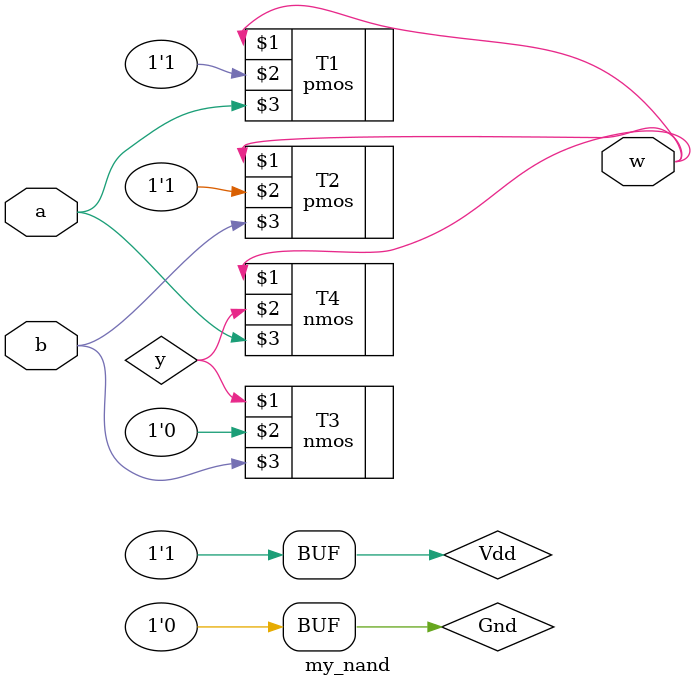
<source format=v>
`timescale 1ns/1ns
module my_nand(input a,b,output w);
	wire y;
	supply0 Gnd;
	supply1 Vdd;
	pmos #(5,6,7) T1(w,Vdd,a);
	pmos #(5,6,7) T2(w,Vdd,b);
	nmos #(3,4,5) T3(y,Gnd,b);
	nmos #(3,4,5) T4(w,y,a);
endmodule
</source>
